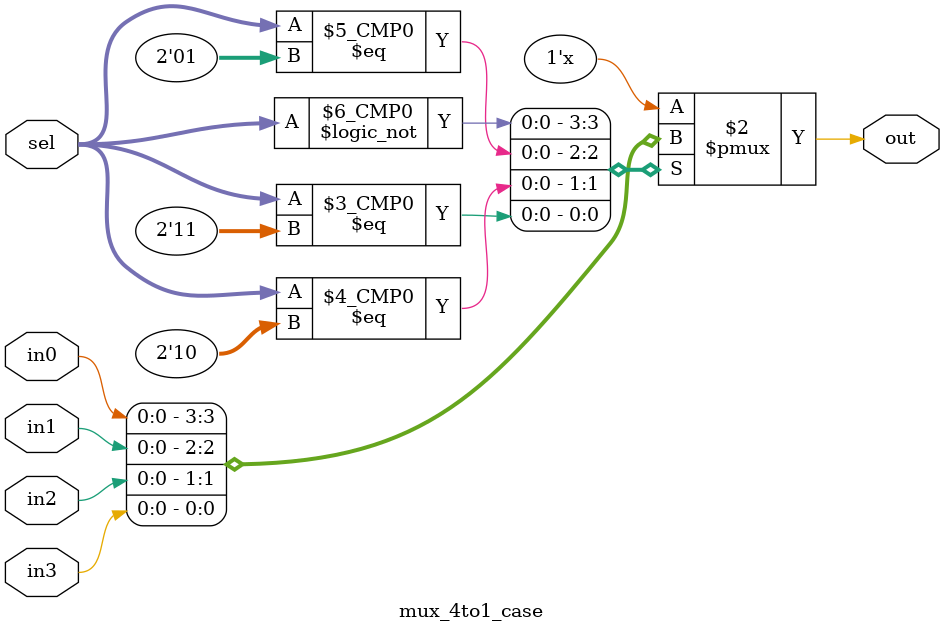
<source format=v>
`timescale 1ns / 1ps

module mux_4to1_case(
    input in0,
    input in1,
    input in2,
    input in3,
    input [1:0] sel,
    output reg out
    );
    
    always @(in0 or in1 or in2 or in3 or sel)
    begin
        case(sel)
            0:       out <= in0;
            1:       out <= in1;
            2:       out <= in2;
            3:       out <= in3;
            default: out <= 1'bZ;
        endcase
    end

endmodule

</source>
